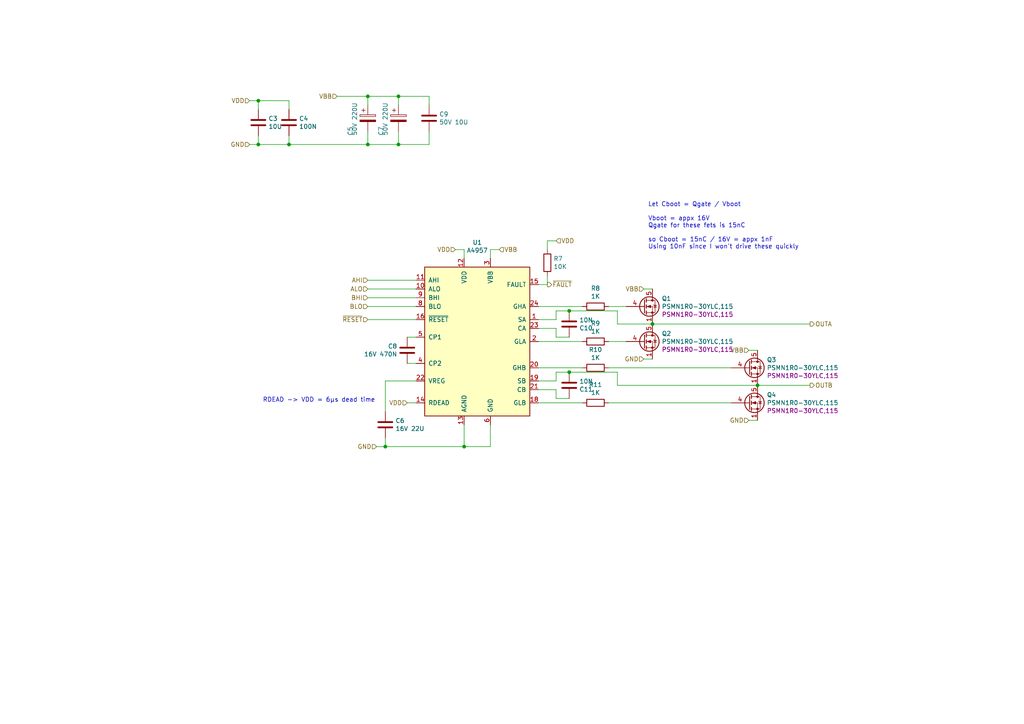
<source format=kicad_sch>
(kicad_sch (version 20211123) (generator eeschema)
  (paper "A4")
  (lib_symbols
    (symbol "Device:C" (pin_numbers hide) (pin_names (offset 0.254))
      (property "Reference" "C" (at 0.635 2.54 0))
      (property "Value" "C" (at 0.635 -2.54 0))
      (symbol "C_0_1"
        (polyline (pts (xy -2.032 -0.762) (xy 2.032 -0.762)) (stroke (width 0.508)))
        (polyline (pts (xy -2.032 0.762) (xy 2.032 0.762)) (stroke (width 0.508)))
      )
      (symbol "C_1_1"
        (pin passive line (at 0 3.81 270) (length 2.794) (name "~") (number "1"))
        (pin passive line (at 0 -3.81 90) (length 2.794) (name "~") (number "2"))
      )
    )
    (symbol "Device:CP" (pin_numbers hide) (pin_names (offset 0.254))
      (property "Reference" "C" (at 0.635 2.54 0))
      (property "Value" "Device_CP" (at 0.635 -2.54 0))
      (symbol "CP_0_1"
        (rectangle (start -2.286 0.508) (end 2.286 1.016))
        (polyline (pts (xy -1.778 2.286) (xy -0.762 2.286)))
        (polyline (pts (xy -1.27 2.794) (xy -1.27 1.778)))
        (rectangle (start 2.286 -0.508) (end -2.286 -1.016) (fill (type outline)))
      )
      (symbol "CP_1_1"
        (pin passive line (at 0 3.81 270) (length 2.794) (name "~") (number "1"))
        (pin passive line (at 0 -3.81 90) (length 2.794) (name "~") (number "2"))
      )
    )
    (symbol "Device:R" (pin_numbers hide) (pin_names (offset 0))
      (property "Reference" "R" (at 2.032 0 90))
      (property "Value" "R" (at 0 0 90))
      (symbol "R_0_1"
        (rectangle (start -1.016 -2.54) (end 1.016 2.54) (stroke (width 0.254)))
      )
      (symbol "R_1_1"
        (pin passive line (at 0 3.81 270) (length 1.27) (name "~") (number "1"))
        (pin passive line (at 0 -3.81 90) (length 1.27) (name "~") (number "2"))
      )
    )
    (symbol "william_fets:PSMN1R0-30YLC,115" (pin_names (offset 0) hide)
      (property "Reference" "Q" (at 5.08 1.27 0))
      (property "Value" "william_fets_PSMN1R0-30YLC,115" (at 5.08 -1.27 0))
      (symbol "PSMN1R0-30YLC,115_0_1"
        (polyline (pts (xy 0.0508 0) (xy 0.254 0)))
        (polyline (pts (xy 0.762 -1.778) (xy 2.54 -1.778)))
        (polyline (pts (xy 0.762 -1.27) (xy 0.762 -2.286)) (stroke (width 0.254)))
        (polyline (pts (xy 0.762 0) (xy 2.54 0)))
        (polyline (pts (xy 0.762 0.508) (xy 0.762 -0.508)) (stroke (width 0.254)))
        (polyline (pts (xy 0.762 1.778) (xy 2.54 1.778)))
        (polyline (pts (xy 0.762 2.286) (xy 0.762 1.27)) (stroke (width 0.254)))
        (polyline (pts (xy 2.54 -1.778) (xy 2.54 -2.54)))
        (polyline (pts (xy 2.54 -1.778) (xy 2.54 0)))
        (polyline (pts (xy 2.54 2.54) (xy 2.54 1.778)))
        (polyline (pts (xy 0.254 1.905) (xy 0.254 -1.905) (xy 0.254 -1.905)) (stroke (width 0.254)))
        (polyline (pts (xy 1.016 0) (xy 2.032 0.381) (xy 2.032 -0.381) (xy 1.016 0)) (fill (type outline)))
        (polyline (pts (xy 2.54 -1.778) (xy 3.302 -1.778) (xy 3.302 1.778) (xy 2.54 1.778)))
        (polyline (pts (xy 2.794 0.508) (xy 2.921 0.381) (xy 3.683 0.381) (xy 3.81 0.254)))
        (polyline (pts (xy 3.302 0.381) (xy 2.921 -0.254) (xy 3.683 -0.254) (xy 3.302 0.381)))
        (circle (center 1.651 0) (radius 2.8194) (stroke (width 0.254)))
        (circle (center 2.54 -1.778) (radius 0.2794) (fill (type outline)))
        (circle (center 2.54 1.778) (radius 0.2794) (fill (type outline)))
      )
      (symbol "PSMN1R0-30YLC,115_1_1"
        (pin passive line (at 2.54 -5.08 90) (length 2.54) (name "S") (number "1"))
        (pin passive line (at 2.54 -5.08 90) (length 2.54) hide (name "S") (number "2"))
        (pin passive line (at 2.54 -5.08 90) (length 2.54) hide (name "S") (number "3"))
        (pin input line (at -5.08 0 0) (length 5.08) (name "G") (number "4"))
        (pin passive line (at 2.54 5.08 270) (length 2.54) (name "D") (number "5"))
      )
    )
    (symbol "william_motor:A4957" (pin_names (offset 1.016))
      (property "Reference" "U" (at 13.97 22.86 0))
      (property "Value" "william_motor_A4957" (at 0 0 0))
      (symbol "A4957_0_0"
        (pin input line (at 17.78 6.35 180) (length 2.54) (name "SA") (number "1"))
        (pin input line (at -17.78 15.24 0) (length 2.54) (name "ALO") (number "10"))
        (pin input line (at -17.78 17.78 0) (length 2.54) (name "AHI") (number "11"))
        (pin power_in line (at -3.81 24.13 270) (length 2.54) (name "VDD") (number "12"))
        (pin power_in line (at -3.81 -24.13 90) (length 2.54) (name "AGND") (number "13"))
        (pin input line (at -17.78 -17.78 0) (length 2.54) (name "RDEAD") (number "14"))
        (pin output line (at 17.78 16.51 180) (length 2.54) (name "FAULT") (number "15"))
        (pin input line (at -17.78 6.35 0) (length 2.54) (name "~{RESET}") (number "16"))
        (pin passive line (at 3.81 -24.13 90) (length 2.54) hide (name "GND") (number "17"))
        (pin output line (at 17.78 -17.78 180) (length 2.54) (name "GLB") (number "18"))
        (pin input line (at 17.78 -11.43 180) (length 2.54) (name "SB") (number "19"))
        (pin output line (at 17.78 0 180) (length 2.54) (name "GLA") (number "2"))
        (pin output line (at 17.78 -7.62 180) (length 2.54) (name "GHB") (number "20"))
        (pin input line (at 17.78 -13.97 180) (length 2.54) (name "CB") (number "21"))
        (pin power_out line (at -17.78 -11.43 0) (length 2.54) (name "VREG") (number "22"))
        (pin input line (at 17.78 3.81 180) (length 2.54) (name "CA") (number "23"))
        (pin output line (at 17.78 10.16 180) (length 2.54) (name "GHA") (number "24"))
        (pin passive line (at 3.81 -24.13 90) (length 2.54) hide (name "PAD") (number "25"))
        (pin power_in line (at 3.81 24.13 270) (length 2.54) (name "VBB") (number "3"))
        (pin input line (at -17.78 -6.35 0) (length 2.54) (name "CP2") (number "4"))
        (pin input line (at -17.78 1.27 0) (length 2.54) (name "CP1") (number "5"))
        (pin power_in line (at 3.81 -24.13 90) (length 2.54) (name "GND") (number "6"))
        (pin passive line (at 3.81 -24.13 90) (length 2.54) hide (name "GND") (number "7"))
        (pin input line (at -17.78 10.16 0) (length 2.54) (name "BLO") (number "8"))
        (pin input line (at -17.78 12.7 0) (length 2.54) (name "BHI") (number "9"))
      )
      (symbol "A4957_1_1"
        (rectangle (start -15.24 21.59) (end 15.24 -21.59) (stroke (width 0.254)) (fill (type background)))
      )
    )
  )
  (junction (at 189.23 93.98))
  (junction (at 74.93 29.21))
  (junction (at 219.71 111.76))
  (junction (at 106.68 27.94))
  (junction (at 115.57 41.91))
  (junction (at 165.1 107.95))
  (junction (at 115.57 27.94))
  (junction (at 134.62 129.54))
  (junction (at 106.68 41.91))
  (junction (at 165.1 90.17))
  (junction (at 83.82 41.91))
  (junction (at 111.76 129.54))
  (junction (at 74.93 41.91))
  (wire (pts (xy 74.93 41.91) (xy 83.82 41.91)))
  (wire (pts (xy 106.68 86.36) (xy 120.65 86.36)))
  (wire (pts (xy 134.62 123.19) (xy 134.62 129.54)))
  (wire (pts (xy 115.57 30.48) (xy 115.57 27.94)))
  (wire (pts (xy 106.68 88.9) (xy 120.65 88.9)))
  (wire (pts (xy 124.46 41.91) (xy 124.46 38.1)))
  (wire (pts (xy 176.53 88.9) (xy 181.61 88.9)))
  (wire (pts (xy 161.29 107.95) (xy 161.29 110.49)))
  (wire (pts (xy 83.82 31.75) (xy 83.82 29.21)))
  (wire (pts (xy 115.57 38.1) (xy 115.57 41.91)))
  (wire (pts (xy 161.29 95.25) (xy 156.21 95.25)))
  (wire (pts (xy 176.53 106.68) (xy 212.09 106.68)))
  (wire (pts (xy 179.07 107.95) (xy 179.07 111.76)))
  (wire (pts (xy 115.57 41.91) (xy 124.46 41.91)))
  (wire (pts (xy 120.65 110.49) (xy 111.76 110.49)))
  (wire (pts (xy 179.07 111.76) (xy 219.71 111.76)))
  (wire (pts (xy 106.68 83.82) (xy 120.65 83.82)))
  (wire (pts (xy 217.17 101.6) (xy 219.71 101.6)))
  (wire (pts (xy 111.76 127) (xy 111.76 129.54)))
  (wire (pts (xy 74.93 29.21) (xy 72.39 29.21)))
  (wire (pts (xy 165.1 107.95) (xy 179.07 107.95)))
  (wire (pts (xy 161.29 69.85) (xy 158.75 69.85)))
  (wire (pts (xy 106.68 92.71) (xy 120.65 92.71)))
  (wire (pts (xy 115.57 27.94) (xy 106.68 27.94)))
  (wire (pts (xy 74.93 39.37) (xy 74.93 41.91)))
  (wire (pts (xy 83.82 29.21) (xy 74.93 29.21)))
  (wire (pts (xy 165.1 97.79) (xy 161.29 97.79)))
  (wire (pts (xy 72.39 41.91) (xy 74.93 41.91)))
  (wire (pts (xy 83.82 41.91) (xy 83.82 39.37)))
  (wire (pts (xy 111.76 129.54) (xy 134.62 129.54)))
  (wire (pts (xy 161.29 113.03) (xy 156.21 113.03)))
  (wire (pts (xy 217.17 121.92) (xy 219.71 121.92)))
  (wire (pts (xy 176.53 116.84) (xy 212.09 116.84)))
  (wire (pts (xy 106.68 41.91) (xy 115.57 41.91)))
  (wire (pts (xy 161.29 97.79) (xy 161.29 95.25)))
  (wire (pts (xy 219.71 111.76) (xy 234.95 111.76)))
  (wire (pts (xy 132.08 72.39) (xy 134.62 72.39)))
  (wire (pts (xy 120.65 81.28) (xy 106.68 81.28)))
  (wire (pts (xy 165.1 90.17) (xy 161.29 90.17)))
  (wire (pts (xy 156.21 116.84) (xy 168.91 116.84)))
  (wire (pts (xy 134.62 129.54) (xy 142.24 129.54)))
  (wire (pts (xy 161.29 110.49) (xy 156.21 110.49)))
  (wire (pts (xy 161.29 92.71) (xy 156.21 92.71)))
  (wire (pts (xy 165.1 115.57) (xy 161.29 115.57)))
  (wire (pts (xy 120.65 97.79) (xy 118.11 97.79)))
  (wire (pts (xy 144.78 72.39) (xy 142.24 72.39)))
  (wire (pts (xy 158.75 82.55) (xy 156.21 82.55)))
  (wire (pts (xy 179.07 90.17) (xy 179.07 93.98)))
  (wire (pts (xy 120.65 116.84) (xy 118.11 116.84)))
  (wire (pts (xy 161.29 115.57) (xy 161.29 113.03)))
  (wire (pts (xy 186.69 83.82) (xy 189.23 83.82)))
  (wire (pts (xy 165.1 107.95) (xy 161.29 107.95)))
  (wire (pts (xy 189.23 93.98) (xy 234.95 93.98)))
  (wire (pts (xy 106.68 38.1) (xy 106.68 41.91)))
  (wire (pts (xy 134.62 72.39) (xy 134.62 74.93)))
  (wire (pts (xy 74.93 31.75) (xy 74.93 29.21)))
  (wire (pts (xy 142.24 72.39) (xy 142.24 74.93)))
  (wire (pts (xy 124.46 30.48) (xy 124.46 27.94)))
  (wire (pts (xy 120.65 105.41) (xy 118.11 105.41)))
  (wire (pts (xy 158.75 69.85) (xy 158.75 72.39)))
  (wire (pts (xy 124.46 27.94) (xy 115.57 27.94)))
  (wire (pts (xy 156.21 106.68) (xy 168.91 106.68)))
  (wire (pts (xy 156.21 88.9) (xy 168.91 88.9)))
  (wire (pts (xy 109.22 129.54) (xy 111.76 129.54)))
  (wire (pts (xy 176.53 99.06) (xy 181.61 99.06)))
  (wire (pts (xy 111.76 110.49) (xy 111.76 119.38)))
  (wire (pts (xy 158.75 80.01) (xy 158.75 82.55)))
  (wire (pts (xy 161.29 90.17) (xy 161.29 92.71)))
  (wire (pts (xy 83.82 41.91) (xy 106.68 41.91)))
  (wire (pts (xy 156.21 99.06) (xy 168.91 99.06)))
  (wire (pts (xy 186.69 104.14) (xy 189.23 104.14)))
  (wire (pts (xy 142.24 129.54) (xy 142.24 123.19)))
  (wire (pts (xy 106.68 30.48) (xy 106.68 27.94)))
  (wire (pts (xy 179.07 93.98) (xy 189.23 93.98)))
  (wire (pts (xy 165.1 90.17) (xy 179.07 90.17)))
  (wire (pts (xy 106.68 27.94) (xy 97.79 27.94)))
  (text "Let Cboot = Qgate / Vboot\n\nVboot = appx 16V\nQgate for these fets is 15nC\n\nso Cboot = 15nC / 16V = appx 1nF\nUsing 10nF since I won't drive these quickly" (at 187.96 72.39 0) (effects (font (size 1.27 1.27)) (justify left bottom)))
  (text "RDEAD -> VDD = 6µs dead time" (at 76.2 116.84 0) (effects (font (size 1.27 1.27)) (justify left bottom)))
  (hierarchical_label "VBB" (shape input) (at 144.78 72.39 0))
  (hierarchical_label "VDD" (shape input) (at 118.11 116.84 180))
  (hierarchical_label "OUTB" (shape output) (at 234.95 111.76 0))
  (hierarchical_label "VBB" (shape input) (at 217.17 101.6 180))
  (hierarchical_label "AHI" (shape input) (at 106.68 81.28 180))
  (hierarchical_label "VBB" (shape input) (at 186.69 83.82 180))
  (hierarchical_label "OUTA" (shape output) (at 234.95 93.98 0))
  (hierarchical_label "VBB" (shape input) (at 97.79 27.94 180))
  (hierarchical_label "VDD" (shape input) (at 161.29 69.85 0))
  (hierarchical_label "GND" (shape input) (at 72.39 41.91 180))
  (hierarchical_label "BHI" (shape input) (at 106.68 86.36 180))
  (hierarchical_label "~{FAULT}" (shape output) (at 158.75 82.55 0))
  (hierarchical_label "VDD" (shape input) (at 132.08 72.39 180))
  (hierarchical_label "ALO" (shape input) (at 106.68 83.82 180))
  (hierarchical_label "~{RESET}" (shape input) (at 106.68 92.71 180))
  (hierarchical_label "BLO" (shape input) (at 106.68 88.9 180))
  (hierarchical_label "GND" (shape input) (at 186.69 104.14 180))
  (hierarchical_label "GND" (shape input) (at 217.17 121.92 180))
  (hierarchical_label "GND" (shape input) (at 109.22 129.54 180))
  (hierarchical_label "VDD" (shape input) (at 72.39 29.21 180))
  (symbol (lib_id "Device:C") (at 118.11 101.6 0) (mirror x) (unit 1)
    (property "Reference" "C8" (at 115.2144 100.4316 0) (effects (justify right)))
    (property "Value" "16V 470N" (at 115.2144 102.743 0) (effects (justify right)))
    (property "Footprint" "Capacitor_SMD:C_0805_2012Metric" (effects hide))
  )
  (symbol (lib_id "Device:C") (at 74.93 35.56 0) (mirror y) (unit 1)
    (property "Reference" "C3" (at 77.851 34.3916 0) (effects (justify right)))
    (property "Value" "10U" (at 77.851 36.703 0) (effects (justify right)))
    (property "Footprint" "Capacitor_SMD:C_0805_2012Metric" (effects hide))
  )
  (symbol (lib_id "Device:C") (at 111.76 123.19 0) (mirror y) (unit 1)
    (property "Reference" "C6" (at 114.681 122.0216 0) (effects (justify right)))
    (property "Value" "16V 22U" (at 114.681 124.333 0) (effects (justify right)))
    (property "Footprint" "Capacitor_SMD:C_0805_2012Metric" (effects hide))
  )
  (symbol (lib_id "Device:R") (at 158.75 76.2 0) (unit 1)
    (property "Reference" "R7" (at 160.528 75.0316 0) (effects (justify left)))
    (property "Value" "10K" (at 160.528 77.343 0) (effects (justify left)))
    (property "Footprint" "Resistor_SMD:R_0603_1608Metric" (effects hide))
  )
  (symbol (lib_id "Device:C") (at 165.1 93.98 0) (mirror x) (unit 1)
    (property "Reference" "C10" (at 168.021 95.1484 0) (effects (justify left)))
    (property "Value" "10N" (at 168.021 92.837 0) (effects (justify left)))
    (property "Footprint" "Capacitor_SMD:C_0603_1608Metric" (effects hide))
  )
  (symbol (lib_id "Device:C") (at 83.82 35.56 0) (mirror y) (unit 1)
    (property "Reference" "C4" (at 86.741 34.3916 0) (effects (justify right)))
    (property "Value" "100N" (at 86.741 36.703 0) (effects (justify right)))
    (property "Footprint" "Capacitor_SMD:C_0603_1608Metric" (effects hide))
  )
  (symbol (lib_id "Device:R") (at 172.72 99.06 90) (mirror x) (unit 1)
    (property "Reference" "R9" (at 172.72 93.8022 90))
    (property "Value" "1K" (at 172.72 96.1136 90))
    (property "Footprint" "Resistor_SMD:R_0603_1608Metric" (effects hide))
  )
  (symbol (lib_id "Device:R") (at 172.72 88.9 90) (mirror x) (unit 1)
    (property "Reference" "R8" (at 172.72 83.6422 90))
    (property "Value" "1K" (at 172.72 85.9536 90))
    (property "Footprint" "Resistor_SMD:R_0603_1608Metric" (effects hide))
  )
  (symbol (lib_id "Device:C") (at 165.1 111.76 0) (mirror x) (unit 1)
    (property "Reference" "C11" (at 168.021 112.9284 0) (effects (justify left)))
    (property "Value" "10N" (at 168.021 110.617 0) (effects (justify left)))
    (property "Footprint" "Capacitor_SMD:C_0603_1608Metric" (effects hide))
  )
  (symbol (lib_id "Device:R") (at 172.72 116.84 90) (mirror x) (unit 1)
    (property "Reference" "R11" (at 172.72 111.5822 90))
    (property "Value" "1K" (at 172.72 113.8936 90))
    (property "Footprint" "Resistor_SMD:R_0603_1608Metric" (effects hide))
  )
  (symbol (lib_id "Device:R") (at 172.72 106.68 90) (mirror x) (unit 1)
    (property "Reference" "R10" (at 172.72 101.4222 90))
    (property "Value" "1K" (at 172.72 103.7336 90))
    (property "Footprint" "Resistor_SMD:R_0603_1608Metric" (effects hide))
  )
  (symbol (lib_id "Device:C") (at 124.46 34.29 0) (unit 1)
    (property "Reference" "C9" (at 127.381 33.1216 0) (effects (justify left)))
    (property "Value" "50V 10U" (at 127.381 35.433 0) (effects (justify left)))
    (property "Footprint" "Capacitor_SMD:C_0805_2012Metric" (effects hide))
  )
  (symbol (lib_id "Device:CP") (at 106.68 34.29 0) (unit 1)
    (property "Reference" "C5" (at 101.6 39.37 90) (effects (justify left)))
    (property "Value" "50V 220U" (at 102.87 39.37 90) (effects (justify left)))
    (property "Footprint" "Capacitor_SMD:CP_Elec_10x10" (effects hide))
  )
  (symbol (lib_id "Device:CP") (at 115.57 34.29 0) (unit 1)
    (property "Reference" "C7" (at 110.49 39.37 90) (effects (justify left)))
    (property "Value" "50V 220U" (at 111.76 39.37 90) (effects (justify left)))
    (property "Footprint" "Capacitor_SMD:CP_Elec_10x10" (effects hide))
  )
  (symbol (lib_id "william_fets:PSMN1R0-30YLC,115") (at 186.69 88.9 0) (unit 1)
    (property "Reference" "Q1" (at 191.9224 86.5886 0) (effects (justify left)))
    (property "Value" "PSMN1R0-30YLC,115" (at 191.9224 88.9 0) (effects (justify left)))
    (property "Footprint" "Package_TO_SOT_SMD:LFPAK56" (effects hide))
    (property "Datasheet" "https://assets.nexperia.com/documents/data-sheet/PSMN1R0-30YLC.pdf" (effects hide))
    (property "MPN" "PSMN1R0-30YLC,115" (at 191.9224 91.2114 0) (effects (justify left)))
  )
  (symbol (lib_id "william_fets:PSMN1R0-30YLC,115") (at 186.69 99.06 0) (unit 1)
    (property "Reference" "Q2" (at 191.9224 96.7486 0) (effects (justify left)))
    (property "Value" "PSMN1R0-30YLC,115" (at 191.9224 99.06 0) (effects (justify left)))
    (property "Footprint" "Package_TO_SOT_SMD:LFPAK56" (effects hide))
    (property "Datasheet" "https://assets.nexperia.com/documents/data-sheet/PSMN1R0-30YLC.pdf" (effects hide))
    (property "MPN" "PSMN1R0-30YLC,115" (at 191.9224 101.3714 0) (effects (justify left)))
  )
  (symbol (lib_id "william_fets:PSMN1R0-30YLC,115") (at 217.17 106.68 0) (unit 1)
    (property "Reference" "Q3" (at 222.4024 104.3686 0) (effects (justify left)))
    (property "Value" "PSMN1R0-30YLC,115" (at 222.4024 106.68 0) (effects (justify left)))
    (property "Footprint" "Package_TO_SOT_SMD:LFPAK56" (effects hide))
    (property "Datasheet" "https://assets.nexperia.com/documents/data-sheet/PSMN1R0-30YLC.pdf" (effects hide))
    (property "MPN" "PSMN1R0-30YLC,115" (at 222.4024 108.9914 0) (effects (justify left)))
  )
  (symbol (lib_id "william_fets:PSMN1R0-30YLC,115") (at 217.17 116.84 0) (unit 1)
    (property "Reference" "Q4" (at 222.4024 114.5286 0) (effects (justify left)))
    (property "Value" "PSMN1R0-30YLC,115" (at 222.4024 116.84 0) (effects (justify left)))
    (property "Footprint" "Package_TO_SOT_SMD:LFPAK56" (effects hide))
    (property "Datasheet" "https://assets.nexperia.com/documents/data-sheet/PSMN1R0-30YLC.pdf" (effects hide))
    (property "MPN" "PSMN1R0-30YLC,115" (at 222.4024 119.1514 0) (effects (justify left)))
  )
  (symbol (lib_id "william_motor:A4957") (at 138.43 99.06 0) (unit 1)
    (property "Reference" "U1" (at 138.43 70.3326 0))
    (property "Value" "A4957" (at 138.43 72.644 0))
    (property "Footprint" "william_motor:A4957" (effects hide))
    (property "Datasheet" "https://www.allegromicro.com/~/media/Files/Datasheets/A4957-Datasheet.ashx" (effects hide))
  )
)
</source>
